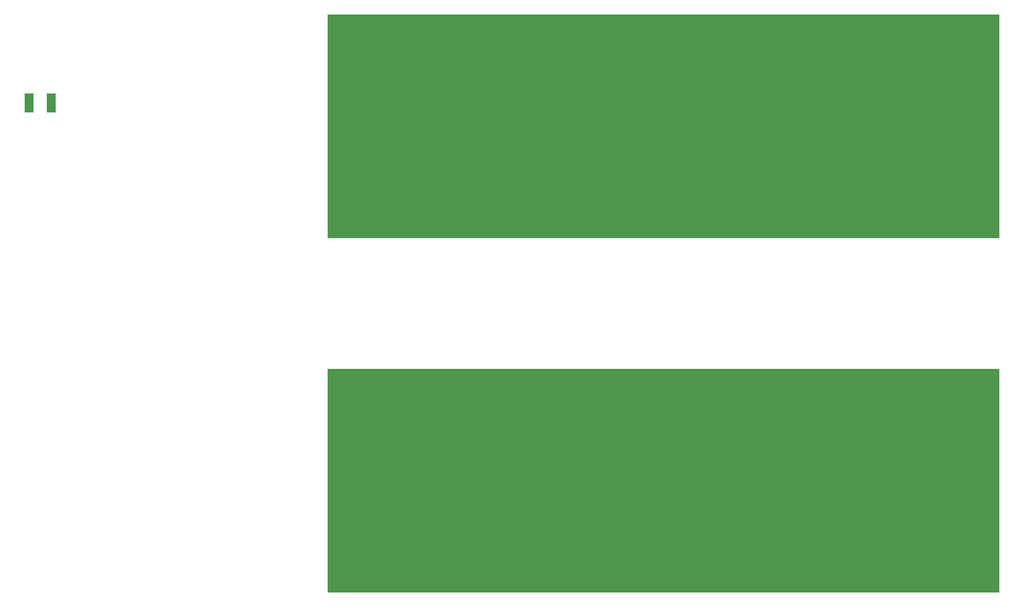
<source format=gbr>
G04 #@! TF.GenerationSoftware,KiCad,Pcbnew,(5.1.6)-1*
G04 #@! TF.CreationDate,2021-03-03T14:17:41+01:00*
G04 #@! TF.ProjectId,Busbar board,42757362-6172-4206-926f-6172642e6b69,rev?*
G04 #@! TF.SameCoordinates,PX4c4b360PY85843d4*
G04 #@! TF.FileFunction,Paste,Top*
G04 #@! TF.FilePolarity,Positive*
%FSLAX46Y46*%
G04 Gerber Fmt 4.6, Leading zero omitted, Abs format (unit mm)*
G04 Created by KiCad (PCBNEW (5.1.6)-1) date 2021-03-03 14:17:41*
%MOMM*%
%LPD*%
G01*
G04 APERTURE LIST*
%ADD10R,90.000000X30.000000*%
%ADD11R,1.270000X2.540000*%
G04 APERTURE END LIST*
D10*
X89160760Y68828060D03*
X89160760Y21328060D03*
D11*
X4247960Y71913040D03*
X7247960Y71913040D03*
M02*

</source>
